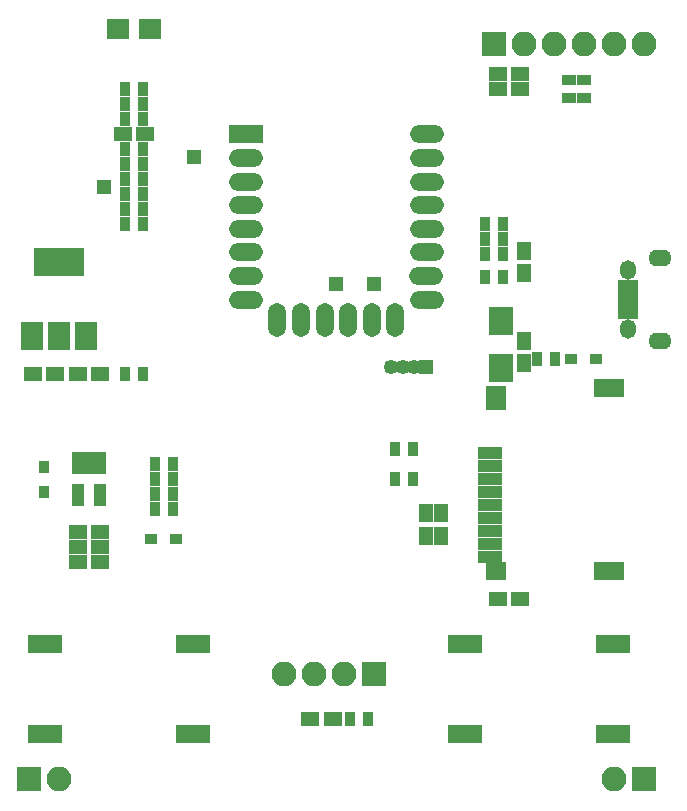
<source format=gbr>
G04 #@! TF.FileFunction,Soldermask,Top*
%FSLAX46Y46*%
G04 Gerber Fmt 4.6, Leading zero omitted, Abs format (unit mm)*
G04 Created by KiCad (PCBNEW 4.0.6) date 01/12/18 22:01:55*
%MOMM*%
%LPD*%
G01*
G04 APERTURE LIST*
%ADD10C,0.100000*%
%ADD11R,2.600000X1.600000*%
%ADD12R,1.800000X2.000000*%
%ADD13R,1.800000X1.600000*%
%ADD14R,2.000000X1.100000*%
%ADD15R,1.150000X1.600000*%
%ADD16R,1.600000X1.150000*%
%ADD17R,2.000000X2.400000*%
%ADD18R,1.000000X0.850000*%
%ADD19R,0.850000X1.000000*%
%ADD20R,1.900000X1.700000*%
%ADD21R,2.100000X2.100000*%
%ADD22O,2.100000X2.100000*%
%ADD23R,1.250000X1.250000*%
%ADD24O,1.250000X1.250000*%
%ADD25R,1.750000X0.800000*%
%ADD26O,1.350000X1.650000*%
%ADD27O,1.950000X1.400000*%
%ADD28R,0.900000X1.300000*%
%ADD29R,1.300000X0.900000*%
%ADD30R,2.900000X1.600000*%
%ADD31R,2.900000X1.500000*%
%ADD32O,2.900000X1.500000*%
%ADD33O,1.500000X2.900000*%
%ADD34R,1.050000X1.960000*%
%ADD35R,4.200000X2.400000*%
%ADD36R,1.900000X2.400000*%
G04 APERTURE END LIST*
D10*
D11*
X83420000Y-68450000D03*
X83420000Y-83950000D03*
D12*
X73820000Y-69350000D03*
D13*
X73820000Y-83950000D03*
D14*
X73320000Y-82800000D03*
X73320000Y-80600000D03*
X73320000Y-81700000D03*
X73320000Y-79500000D03*
X73320000Y-78400000D03*
X73320000Y-77300000D03*
X73320000Y-74000000D03*
X73320000Y-75100000D03*
X73320000Y-76200000D03*
D15*
X69215000Y-79060000D03*
X69215000Y-80960000D03*
X67945000Y-79060000D03*
X67945000Y-80960000D03*
D16*
X75880000Y-86360000D03*
X73980000Y-86360000D03*
X44130000Y-46990000D03*
X42230000Y-46990000D03*
D15*
X76200000Y-56835000D03*
X76200000Y-58735000D03*
D16*
X40320000Y-81915000D03*
X38420000Y-81915000D03*
X40320000Y-83185000D03*
X38420000Y-83185000D03*
X40320000Y-67310000D03*
X38420000Y-67310000D03*
X40320000Y-80645000D03*
X38420000Y-80645000D03*
X36510000Y-67310000D03*
X34610000Y-67310000D03*
X75880000Y-43180000D03*
X73980000Y-43180000D03*
X75880000Y-41910000D03*
X73980000Y-41910000D03*
X60005000Y-96520000D03*
X58105000Y-96520000D03*
D15*
X76200000Y-66355000D03*
X76200000Y-64455000D03*
D17*
X74295000Y-66770000D03*
X74295000Y-62770000D03*
D18*
X44670000Y-81280000D03*
X46770000Y-81280000D03*
D19*
X35560000Y-75150000D03*
X35560000Y-77250000D03*
D18*
X80230000Y-66040000D03*
X82330000Y-66040000D03*
D20*
X44530000Y-38100000D03*
X41830000Y-38100000D03*
D21*
X63500000Y-92710000D03*
D22*
X60960000Y-92710000D03*
X58420000Y-92710000D03*
X55880000Y-92710000D03*
D23*
X67945000Y-66675000D03*
D24*
X66945000Y-66675000D03*
X65945000Y-66675000D03*
X64945000Y-66675000D03*
D21*
X73660000Y-39370000D03*
D22*
X76200000Y-39370000D03*
X78740000Y-39370000D03*
X81280000Y-39370000D03*
X83820000Y-39370000D03*
X86360000Y-39370000D03*
D21*
X34290000Y-101600000D03*
D22*
X36830000Y-101600000D03*
D21*
X86360000Y-101600000D03*
D22*
X83820000Y-101600000D03*
D25*
X85010000Y-62260000D03*
X85010000Y-61610000D03*
X85010000Y-60960000D03*
X85010000Y-60310000D03*
X85010000Y-59660000D03*
D26*
X85010000Y-63460000D03*
X85010000Y-58460000D03*
D27*
X87710000Y-64460000D03*
X87710000Y-57460000D03*
D28*
X66790000Y-76200000D03*
X65290000Y-76200000D03*
X66790000Y-73660000D03*
X65290000Y-73660000D03*
X72910000Y-59055000D03*
X74410000Y-59055000D03*
X42430000Y-54610000D03*
X43930000Y-54610000D03*
X72910000Y-55880000D03*
X74410000Y-55880000D03*
X72910000Y-57150000D03*
X74410000Y-57150000D03*
X43930000Y-45720000D03*
X42430000Y-45720000D03*
X44970000Y-77470000D03*
X46470000Y-77470000D03*
X44970000Y-76200000D03*
X46470000Y-76200000D03*
X44970000Y-78740000D03*
X46470000Y-78740000D03*
X43930000Y-67310000D03*
X42430000Y-67310000D03*
X46470000Y-74930000D03*
X44970000Y-74930000D03*
D29*
X81280000Y-43930000D03*
X81280000Y-42430000D03*
X80010000Y-43930000D03*
X80010000Y-42430000D03*
D28*
X62980000Y-96520000D03*
X61480000Y-96520000D03*
X78855000Y-66040000D03*
X77355000Y-66040000D03*
X43930000Y-53340000D03*
X42430000Y-53340000D03*
X43930000Y-43180000D03*
X42430000Y-43180000D03*
X43930000Y-44450000D03*
X42430000Y-44450000D03*
X72910000Y-54610000D03*
X74410000Y-54610000D03*
X42430000Y-52070000D03*
X43930000Y-52070000D03*
X42430000Y-50800000D03*
X43930000Y-50800000D03*
X43930000Y-49530000D03*
X42430000Y-49530000D03*
X43930000Y-48260000D03*
X42430000Y-48260000D03*
D30*
X48160000Y-97790000D03*
X35660000Y-97790000D03*
X48160000Y-90170000D03*
X35660000Y-90170000D03*
X83720000Y-97790000D03*
X71220000Y-97790000D03*
X83720000Y-90170000D03*
X71220000Y-90170000D03*
D23*
X63500000Y-59690000D03*
X48260000Y-48895000D03*
X60325000Y-59690000D03*
X40640000Y-51435000D03*
D31*
X52640000Y-46990000D03*
D32*
X52640000Y-48990000D03*
X52640000Y-50990000D03*
X52640000Y-52990000D03*
X52640000Y-54990000D03*
X52640000Y-56990000D03*
X52640000Y-58990000D03*
X52640000Y-60990000D03*
X68040000Y-60990000D03*
X67940000Y-58990000D03*
X68040000Y-56990000D03*
X68040000Y-54990000D03*
X68040000Y-52990000D03*
X68040000Y-50990000D03*
X68040000Y-48990000D03*
X68040000Y-46990000D03*
D33*
X55330000Y-62690000D03*
X57330000Y-62690000D03*
X59330000Y-62690000D03*
X61330000Y-62690000D03*
X63330000Y-62690000D03*
X65330000Y-62690000D03*
D34*
X40320000Y-74850000D03*
X39370000Y-74850000D03*
X38420000Y-74850000D03*
X38420000Y-77550000D03*
X40320000Y-77550000D03*
D35*
X36830000Y-57810000D03*
D36*
X36830000Y-64110000D03*
X39130000Y-64110000D03*
X34530000Y-64110000D03*
M02*

</source>
